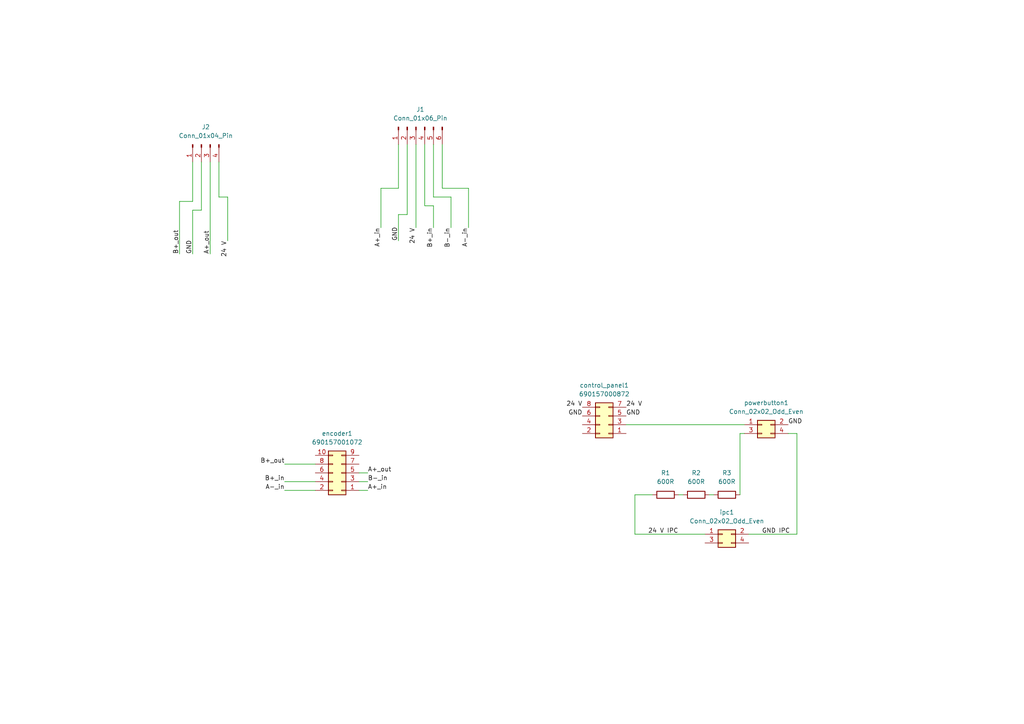
<source format=kicad_sch>
(kicad_sch (version 20230121) (generator eeschema)
  (paper "A4")
  (lib_symbols
    (symbol "Connector:Conn_01x04_Pin" (pin_names (offset 1.016) hide)
      (property "Reference" "J" (at 0 5.08 0))
      (property "Value" "Conn_01x04_Pin" (at 0 -7.62 0))
      (symbol "Conn_01x04_Pin_1_1"
        (polyline (pts (xy 1.27 -5.08) (xy 0.8636 -5.08)) (stroke (width 0.1524)))
        (polyline (pts (xy 1.27 -2.54) (xy 0.8636 -2.54)) (stroke (width 0.1524)))
        (polyline (pts (xy 1.27 0) (xy 0.8636 0)) (stroke (width 0.1524)))
        (polyline (pts (xy 1.27 2.54) (xy 0.8636 2.54)) (stroke (width 0.1524)))
        (rectangle (start 0.8636 -4.953) (end 0 -5.207) (stroke (width 0.1524)) (fill (type outline)))
        (rectangle (start 0.8636 -2.413) (end 0 -2.667) (stroke (width 0.1524)) (fill (type outline)))
        (rectangle (start 0.8636 0.127) (end 0 -0.127) (stroke (width 0.1524)) (fill (type outline)))
        (rectangle (start 0.8636 2.667) (end 0 2.413) (stroke (width 0.1524)) (fill (type outline)))
        (pin passive line (at 5.08 2.54 180) (length 3.81) (name "Pin_1") (number "1"))
        (pin passive line (at 5.08 0 180) (length 3.81) (name "Pin_2") (number "2"))
        (pin passive line (at 5.08 -2.54 180) (length 3.81) (name "Pin_3") (number "3"))
        (pin passive line (at 5.08 -5.08 180) (length 3.81) (name "Pin_4") (number "4"))
      )
    )
    (symbol "Connector:Conn_01x06_Pin" (pin_names (offset 1.016) hide)
      (property "Reference" "J" (at 0 7.62 0))
      (property "Value" "Conn_01x06_Pin" (at 0 -10.16 0))
      (symbol "Conn_01x06_Pin_1_1"
        (polyline (pts (xy 1.27 -7.62) (xy 0.8636 -7.62)) (stroke (width 0.1524)))
        (polyline (pts (xy 1.27 -5.08) (xy 0.8636 -5.08)) (stroke (width 0.1524)))
        (polyline (pts (xy 1.27 -2.54) (xy 0.8636 -2.54)) (stroke (width 0.1524)))
        (polyline (pts (xy 1.27 0) (xy 0.8636 0)) (stroke (width 0.1524)))
        (polyline (pts (xy 1.27 2.54) (xy 0.8636 2.54)) (stroke (width 0.1524)))
        (polyline (pts (xy 1.27 5.08) (xy 0.8636 5.08)) (stroke (width 0.1524)))
        (rectangle (start 0.8636 -7.493) (end 0 -7.747) (stroke (width 0.1524)) (fill (type outline)))
        (rectangle (start 0.8636 -4.953) (end 0 -5.207) (stroke (width 0.1524)) (fill (type outline)))
        (rectangle (start 0.8636 -2.413) (end 0 -2.667) (stroke (width 0.1524)) (fill (type outline)))
        (rectangle (start 0.8636 0.127) (end 0 -0.127) (stroke (width 0.1524)) (fill (type outline)))
        (rectangle (start 0.8636 2.667) (end 0 2.413) (stroke (width 0.1524)) (fill (type outline)))
        (rectangle (start 0.8636 5.207) (end 0 4.953) (stroke (width 0.1524)) (fill (type outline)))
        (pin passive line (at 5.08 5.08 180) (length 3.81) (name "Pin_1") (number "1"))
        (pin passive line (at 5.08 2.54 180) (length 3.81) (name "Pin_2") (number "2"))
        (pin passive line (at 5.08 0 180) (length 3.81) (name "Pin_3") (number "3"))
        (pin passive line (at 5.08 -2.54 180) (length 3.81) (name "Pin_4") (number "4"))
        (pin passive line (at 5.08 -5.08 180) (length 3.81) (name "Pin_5") (number "5"))
        (pin passive line (at 5.08 -7.62 180) (length 3.81) (name "Pin_6") (number "6"))
      )
    )
    (symbol "Connector_Generic:Conn_02x02_Odd_Even" (pin_names (offset 1.016) hide)
      (property "Reference" "J" (at 1.27 2.54 0))
      (property "Value" "Conn_02x02_Odd_Even" (at 1.27 -5.08 0))
      (symbol "Conn_02x02_Odd_Even_1_1"
        (rectangle (start -1.27 -2.413) (end 0 -2.667) (stroke (width 0.1524)))
        (rectangle (start -1.27 0.127) (end 0 -0.127) (stroke (width 0.1524)))
        (rectangle (start -1.27 1.27) (end 3.81 -3.81) (stroke (width 0.254)) (fill (type background)))
        (rectangle (start 3.81 -2.413) (end 2.54 -2.667) (stroke (width 0.1524)))
        (rectangle (start 3.81 0.127) (end 2.54 -0.127) (stroke (width 0.1524)))
        (pin passive line (at -5.08 0 0) (length 3.81) (name "Pin_1") (number "1"))
        (pin passive line (at 7.62 0 180) (length 3.81) (name "Pin_2") (number "2"))
        (pin passive line (at -5.08 -2.54 0) (length 3.81) (name "Pin_3") (number "3"))
        (pin passive line (at 7.62 -2.54 180) (length 3.81) (name "Pin_4") (number "4"))
      )
    )
    (symbol "Connector_Generic:Conn_02x04_Odd_Even" (pin_names (offset 1.016) hide)
      (property "Reference" "J" (at 1.27 5.08 0))
      (property "Value" "Conn_02x04_Odd_Even" (at 1.27 -7.62 0))
      (symbol "Conn_02x04_Odd_Even_1_1"
        (rectangle (start -1.27 -4.953) (end 0 -5.207) (stroke (width 0.1524)))
        (rectangle (start -1.27 -2.413) (end 0 -2.667) (stroke (width 0.1524)))
        (rectangle (start -1.27 0.127) (end 0 -0.127) (stroke (width 0.1524)))
        (rectangle (start -1.27 2.667) (end 0 2.413) (stroke (width 0.1524)))
        (rectangle (start -1.27 3.81) (end 3.81 -6.35) (stroke (width 0.254)) (fill (type background)))
        (rectangle (start 3.81 -4.953) (end 2.54 -5.207) (stroke (width 0.1524)))
        (rectangle (start 3.81 -2.413) (end 2.54 -2.667) (stroke (width 0.1524)))
        (rectangle (start 3.81 0.127) (end 2.54 -0.127) (stroke (width 0.1524)))
        (rectangle (start 3.81 2.667) (end 2.54 2.413) (stroke (width 0.1524)))
        (pin passive line (at -5.08 2.54 0) (length 3.81) (name "Pin_1") (number "1"))
        (pin passive line (at 7.62 2.54 180) (length 3.81) (name "Pin_2") (number "2"))
        (pin passive line (at -5.08 0 0) (length 3.81) (name "Pin_3") (number "3"))
        (pin passive line (at 7.62 0 180) (length 3.81) (name "Pin_4") (number "4"))
        (pin passive line (at -5.08 -2.54 0) (length 3.81) (name "Pin_5") (number "5"))
        (pin passive line (at 7.62 -2.54 180) (length 3.81) (name "Pin_6") (number "6"))
        (pin passive line (at -5.08 -5.08 0) (length 3.81) (name "Pin_7") (number "7"))
        (pin passive line (at 7.62 -5.08 180) (length 3.81) (name "Pin_8") (number "8"))
      )
    )
    (symbol "Connector_Generic:Conn_02x05_Odd_Even" (pin_names (offset 1.016) hide)
      (property "Reference" "J" (at 1.27 7.62 0))
      (property "Value" "Conn_02x05_Odd_Even" (at 1.27 -7.62 0))
      (symbol "Conn_02x05_Odd_Even_1_1"
        (rectangle (start -1.27 -4.953) (end 0 -5.207) (stroke (width 0.1524)))
        (rectangle (start -1.27 -2.413) (end 0 -2.667) (stroke (width 0.1524)))
        (rectangle (start -1.27 0.127) (end 0 -0.127) (stroke (width 0.1524)))
        (rectangle (start -1.27 2.667) (end 0 2.413) (stroke (width 0.1524)))
        (rectangle (start -1.27 5.207) (end 0 4.953) (stroke (width 0.1524)))
        (rectangle (start -1.27 6.35) (end 3.81 -6.35) (stroke (width 0.254)) (fill (type background)))
        (rectangle (start 3.81 -4.953) (end 2.54 -5.207) (stroke (width 0.1524)))
        (rectangle (start 3.81 -2.413) (end 2.54 -2.667) (stroke (width 0.1524)))
        (rectangle (start 3.81 0.127) (end 2.54 -0.127) (stroke (width 0.1524)))
        (rectangle (start 3.81 2.667) (end 2.54 2.413) (stroke (width 0.1524)))
        (rectangle (start 3.81 5.207) (end 2.54 4.953) (stroke (width 0.1524)))
        (pin passive line (at -5.08 5.08 0) (length 3.81) (name "Pin_1") (number "1"))
        (pin passive line (at 7.62 -5.08 180) (length 3.81) (name "Pin_10") (number "10"))
        (pin passive line (at 7.62 5.08 180) (length 3.81) (name "Pin_2") (number "2"))
        (pin passive line (at -5.08 2.54 0) (length 3.81) (name "Pin_3") (number "3"))
        (pin passive line (at 7.62 2.54 180) (length 3.81) (name "Pin_4") (number "4"))
        (pin passive line (at -5.08 0 0) (length 3.81) (name "Pin_5") (number "5"))
        (pin passive line (at 7.62 0 180) (length 3.81) (name "Pin_6") (number "6"))
        (pin passive line (at -5.08 -2.54 0) (length 3.81) (name "Pin_7") (number "7"))
        (pin passive line (at 7.62 -2.54 180) (length 3.81) (name "Pin_8") (number "8"))
        (pin passive line (at -5.08 -5.08 0) (length 3.81) (name "Pin_9") (number "9"))
      )
    )
    (symbol "Device:R" (pin_numbers hide) (pin_names (offset 0))
      (property "Reference" "R" (at 2.032 0 90))
      (property "Value" "R" (at 0 0 90))
      (symbol "R_0_1"
        (rectangle (start -1.016 -2.54) (end 1.016 2.54) (stroke (width 0.254)))
      )
      (symbol "R_1_1"
        (pin passive line (at 0 3.81 270) (length 1.27) (name "~") (number "1"))
        (pin passive line (at 0 -3.81 90) (length 1.27) (name "~") (number "2"))
      )
    )
  )
  (wire (pts (xy 82.55 139.7) (xy 91.44 139.7)))
  (wire (pts (xy 63.5 57.15) (xy 63.5 46.99)))
  (wire (pts (xy 125.73 59.69) (xy 125.73 66.04)))
  (wire (pts (xy 115.57 54.61) (xy 115.57 41.91)))
  (wire (pts (xy 110.49 54.61) (xy 115.57 54.61)))
  (wire (pts (xy 231.14 154.94) (xy 231.14 125.73)))
  (wire (pts (xy 128.27 54.61) (xy 135.89 54.61)))
  (wire (pts (xy 120.65 41.91) (xy 120.65 66.04)))
  (wire (pts (xy 66.04 57.15) (xy 63.5 57.15)))
  (wire (pts (xy 55.88 60.96) (xy 58.42 60.96)))
  (wire (pts (xy 55.88 60.96) (xy 55.88 73.66)))
  (wire (pts (xy 196.85 143.51) (xy 198.12 143.51)))
  (wire (pts (xy 52.07 58.42) (xy 52.07 73.66)))
  (wire (pts (xy 135.89 54.61) (xy 135.89 66.04)))
  (wire (pts (xy 104.14 137.16) (xy 106.68 137.16)))
  (wire (pts (xy 181.61 123.19) (xy 215.9 123.19)))
  (wire (pts (xy 115.57 62.23) (xy 115.57 69.85)))
  (wire (pts (xy 55.88 58.42) (xy 55.88 46.99)))
  (wire (pts (xy 104.14 142.24) (xy 106.68 142.24)))
  (wire (pts (xy 189.23 143.51) (xy 184.15 143.51)))
  (wire (pts (xy 82.55 134.62) (xy 91.44 134.62)))
  (wire (pts (xy 123.19 59.69) (xy 125.73 59.69)))
  (wire (pts (xy 104.14 139.7) (xy 106.68 139.7)))
  (wire (pts (xy 217.17 154.94) (xy 231.14 154.94)))
  (wire (pts (xy 82.55 142.24) (xy 91.44 142.24)))
  (wire (pts (xy 184.15 143.51) (xy 184.15 154.94)))
  (wire (pts (xy 130.81 57.15) (xy 130.81 66.04)))
  (wire (pts (xy 60.96 46.99) (xy 60.96 73.66)))
  (wire (pts (xy 205.74 143.51) (xy 207.01 143.51)))
  (wire (pts (xy 118.11 62.23) (xy 115.57 62.23)))
  (wire (pts (xy 110.49 54.61) (xy 110.49 66.04)))
  (wire (pts (xy 214.63 143.51) (xy 214.63 125.73)))
  (wire (pts (xy 130.81 57.15) (xy 125.73 57.15)))
  (wire (pts (xy 128.27 54.61) (xy 128.27 41.91)))
  (wire (pts (xy 214.63 125.73) (xy 215.9 125.73)))
  (wire (pts (xy 184.15 154.94) (xy 204.47 154.94)))
  (wire (pts (xy 52.07 58.42) (xy 55.88 58.42)))
  (wire (pts (xy 66.04 57.15) (xy 66.04 69.85)))
  (wire (pts (xy 125.73 57.15) (xy 125.73 41.91)))
  (wire (pts (xy 231.14 125.73) (xy 228.6 125.73)))
  (wire (pts (xy 123.19 59.69) (xy 123.19 41.91)))
  (wire (pts (xy 118.11 41.91) (xy 118.11 62.23)))
  (wire (pts (xy 58.42 60.96) (xy 58.42 46.99)))
  (label "A+_in" (at 106.68 142.24 0))
  (label "A-_in" (at 135.89 66.04 270))
  (label "A+_in" (at 110.49 66.04 270))
  (label "A-_in" (at 82.55 142.24 180))
  (label "GND IPC" (at 220.98 154.94 0))
  (label "A+_out" (at 60.96 73.66 90))
  (label "B-_in" (at 106.68 139.7 0))
  (label "24 V" (at 66.04 69.85 270))
  (label "B+_in" (at 125.73 66.04 270))
  (label "GND" (at 168.91 120.65 180))
  (label "24 V" (at 181.61 118.11 0))
  (label "24 V" (at 120.65 66.04 270))
  (label "A+_out" (at 106.68 137.16 0))
  (label "B-_in" (at 130.81 66.04 270))
  (label "24 V IPC" (at 187.96 154.94 0))
  (label "B+_out" (at 82.55 134.62 180))
  (label "B+_out" (at 52.07 73.66 90))
  (label "GND" (at 228.6 123.19 0))
  (label "GND" (at 55.88 73.66 90))
  (label "B+_in" (at 82.55 139.7 180))
  (label "GND" (at 115.57 69.85 90))
  (label "24 V" (at 168.91 118.11 180))
  (label "GND" (at 181.61 120.65 0))
  (symbol (lib_id "Connector_Generic:Conn_02x04_Odd_Even") (at 176.53 123.19 180) (unit 1)
    (property "Reference" "control_panel1" (at 175.26 111.76 0))
    (property "Value" "690157000872" (at 175.26 114.3 0))
    (property "Footprint" "IFT:Conn_02x04_wuerth_690367190872" (effects hide))
    (property "Datasheet" "https://www.we-online.com/components/products/datasheet/690157000872.pdf" (effects hide))
  )
  (symbol (lib_id "Connector:Conn_01x06_Pin") (at 120.65 36.83 90) (mirror x) (unit 1)
    (property "Reference" "J1" (at 121.92 31.75 90))
    (property "Value" "Conn_01x06_Pin" (at 121.92 34.29 90))
    (property "Footprint" "IFT:lemo_socket_1S_306_elbow" (effects hide))
  )
  (symbol (lib_id "Device:R") (at 210.82 143.51 90) (unit 1)
    (property "Reference" "R3" (at 210.82 137.16 90))
    (property "Value" "600R" (at 210.82 139.7 90))
    (property "Footprint" "Resistor_THT:R_Axial_DIN0207_L6.3mm_D2.5mm_P7.62mm_Horizontal" (effects hide))
  )
  (symbol (lib_id "Connector:Conn_01x04_Pin") (at 58.42 41.91 90) (mirror x) (unit 1)
    (property "Reference" "J2" (at 59.69 36.83 90))
    (property "Value" "Conn_01x04_Pin" (at 59.69 39.37 90))
    (property "Footprint" "IFT:lemo_socket_1S_304_elbow" (effects hide))
  )
  (symbol (lib_id "Connector_Generic:Conn_02x02_Odd_Even") (at 209.55 154.94 0) (unit 1)
    (property "Reference" "ipc1" (at 210.82 148.59 0))
    (property "Value" "Conn_02x02_Odd_Even" (at 210.82 151.13 0))
    (property "Footprint" "IFT:Conn_02x02_wuerth_690367190472" (effects hide))
  )
  (symbol (lib_id "Connector_Generic:Conn_02x05_Odd_Even") (at 99.06 137.16 180) (unit 1)
    (property "Reference" "encoder1" (at 97.79 125.73 0))
    (property "Value" "690157001072" (at 97.79 128.27 0))
    (property "Footprint" "IFT:Conn_02x05_wuerth_690367191072" (effects hide))
  )
  (symbol (lib_id "Device:R") (at 201.93 143.51 90) (unit 1)
    (property "Reference" "R2" (at 201.93 137.16 90))
    (property "Value" "600R" (at 201.93 139.7 90))
    (property "Footprint" "Resistor_THT:R_Axial_DIN0207_L6.3mm_D2.5mm_P7.62mm_Horizontal" (effects hide))
  )
  (symbol (lib_id "Device:R") (at 193.04 143.51 90) (unit 1)
    (property "Reference" "R1" (at 193.04 137.16 90))
    (property "Value" "600R" (at 193.04 139.7 90))
    (property "Footprint" "Resistor_THT:R_Axial_DIN0207_L6.3mm_D2.5mm_P7.62mm_Horizontal" (effects hide))
  )
  (symbol (lib_id "Connector_Generic:Conn_02x02_Odd_Even") (at 220.98 123.19 0) (unit 1)
    (property "Reference" "powerbutton1" (at 222.25 116.84 0))
    (property "Value" "Conn_02x02_Odd_Even" (at 222.25 119.38 0))
    (property "Footprint" "IFT:Conn_02x02_wuerth_690367190472" (effects hide))
  )
)
</source>
